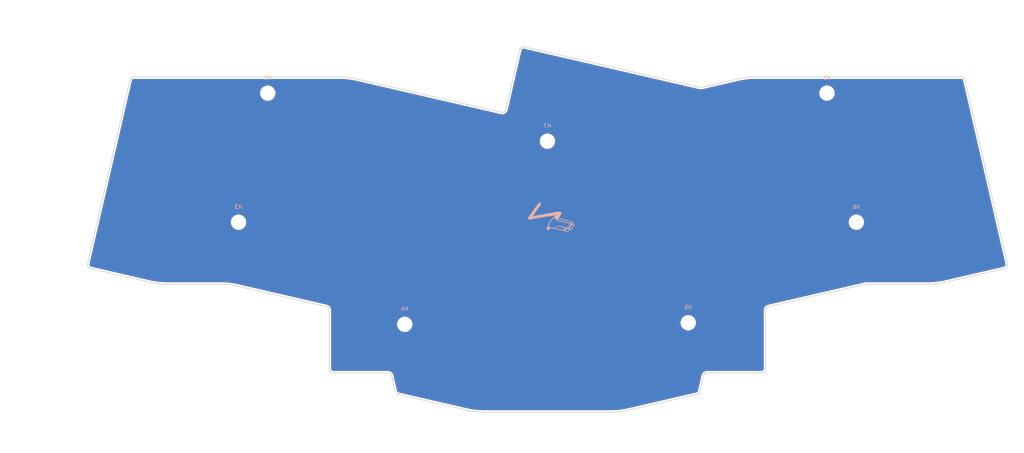
<source format=kicad_pcb>
(kicad_pcb (version 20211014) (generator pcbnew)
  (layers (0 "F.Cu" signal) (31 "B.Cu" signal) (34 "B.Paste" user) (35 "F.Paste" user) (36 "B.SilkS" user "B.Silkscreen") (37 "F.SilkS" user "F.Silkscreen") (38 "B.Mask" user) (39 "F.Mask" user) (44 "Edge.Cuts" user))
  (net 0 "")
  (net 1 "ledOut")
  (net 2 "+5V")
  (footprint "revxlp:rev41lp_edgecutBottomPlate" (layer "F.Cu") (at 154.229532 28.768286)
    (fp_text reference "rev41lp_edgecutPCB" hide)
    (fp_text value "rev41lp_edgecutBottomPlate")
    (fp_line (start 119.323515 48.493552) (end 108.30683 0.775048) (layer "Edge.Cuts") (width 0.2))
    (fp_line (start -118.574096 49.692873) (end -103.255744 53.229393) (layer "Edge.Cuts") (width 0.2))
    (fp_line (start 39.343321 2.645225) (end -6.003106 -7.823822) (layer "Edge.Cuts") (width 0.2))
    (fp_line (start -108.30683 0.775048) (end -119.323515 48.493552) (layer "Edge.Cuts") (width 0.2))
    (fp_line (start -98.756722 53.741992) (end -84.840673 53.741992) (layer "Edge.Cuts") (width 0.2))
    (fp_line (start -16.510921 86.938468) (end 16.510921 86.938468) (layer "Edge.Cuts") (width 0.2))
    (fp_line (start -11.988661 9.163738) (end -49.460861 0.512599) (layer "Edge.Cuts") (width 0.2))
    (fp_line (start -7.200363 -7.073925) (end -10.776125 8.414401) (layer "Edge.Cuts") (width 0.2))
    (fp_line (start -38.753975 82.329336) (end -21.009942 86.425869) (layer "Edge.Cuts") (width 0.2))
    (fp_line (start 82.561961 53.741992) (end 98.756722 53.741991) (layer "Edge.Cuts") (width 0.2))
    (fp_line (start 57.380101 59.555682) (end 82.561961 53.741992) (layer "Edge.Cuts") (width 0.2))
    (fp_line (start 107.33246 0) (end 53.959882 0) (layer "Edge.Cuts") (width 0.2))
    (fp_line (start 41.416042 76.74074) (end 55.605051 76.74074) (layer "Edge.Cuts") (width 0.2))
    (fp_line (start 21.009942 86.425869) (end 38.753975 82.329336) (layer "Edge.Cuts") (width 0.2))
    (fp_line (start -56.605052 60.530052) (end -56.605052 75.74074) (layer "Edge.Cuts") (width 0.2))
    (fp_line (start 103.255744 53.229393) (end 118.574096 49.692873) (layer "Edge.Cuts") (width 0.2))
    (fp_line (start 39.503394 81.579917) (end 40.441671 77.515789) (layer "Edge.Cuts") (width 0.2))
    (fp_line (start -53.959882 -0.000001) (end -107.33246 0) (layer "Edge.Cuts") (width 0.2))
    (fp_line (start 49.460861 0.512598) (end 40.259348 2.633889) (layer "Edge.Cuts") (width 0.2))
    (fp_line (start 56.605052 75.74074) (end 56.605052 60.530052) (layer "Edge.Cuts") (width 0.2))
    (fp_line (start -55.605052 76.74074) (end -41.416042 76.740739) (layer "Edge.Cuts") (width 0.2))
    (fp_line (start -80.341652 54.25459) (end -57.380101 59.555682) (layer "Edge.Cuts") (width 0.2))
    (fp_line (start -40.441671 77.515789) (end -39.503394 81.579917) (layer "Edge.Cuts") (width 0.2))
    (fp_arc (start 40.441672 77.515789) (mid 40.793521 76.958127) (end 41.416042 76.74074) (layer "Edge.Cuts") (width 0.2))
    (fp_arc (start 49.460861 0.512599) (mid 51.695817 0.128561) (end 53.959882 0) (layer "Edge.Cuts") (width 0.2))
    (fp_arc (start -7.200363 -7.073925) (mid -6.757044 -7.696834) (end -6.003106 -7.823822) (layer "Edge.Cuts") (width 0.2))
    (fp_arc (start -84.840673 53.741991) (mid -82.576609 53.870554) (end -80.341652 54.25459) (layer "Edge.Cuts") (width 0.2))
    (fp_arc (start -16.510921 86.938468) (mid -18.774985 86.809905) (end -21.009942 86.425869) (layer "Edge.Cuts") (width 0.2))
    (fp_arc (start 39.503394 81.579917) (mid 39.236784 82.062735) (end 38.753975 82.329336) (layer "Edge.Cuts") (width 0.2))
    (fp_arc (start -10.776776 8.41722) (mid -11.221228 9.040317) (end -11.976099 9.166638) (layer "Edge.Cuts") (width 0.2))
    (fp_arc (start 56.605052 60.530052) (mid 56.822458 59.907551) (end 57.380101 59.555682) (layer "Edge.Cuts") (width 0.2))
    (fp_arc (start -53.959882 -0.000001) (mid -51.695818 0.128562) (end -49.460861 0.512598) (layer "Edge.Cuts") (width 0.2))
    (fp_arc (start 56.605052 75.74074) (mid 56.31206 76.447752) (end 55.605051 76.74074) (layer "Edge.Cuts") (width 0.2))
    (fp_arc (start -118.574096 49.692873) (mid -119.197193 49.248422) (end -119.323515 48.493552) (layer "Edge.Cuts") (width 0.2))
    (fp_arc (start 103.255743 53.229393) (mid 101.020786 53.613425) (end 98.756722 53.741991) (layer "Edge.Cuts") (width 0.2))
    (fp_arc (start -57.380101 59.555682) (mid -56.822443 59.907537) (end -56.605052 60.530052) (layer "Edge.Cuts") (width 0.2))
    (fp_arc (start -108.30683 0.775049) (mid -107.954975 0.217391) (end -107.33246 0) (layer "Edge.Cuts") (width 0.2))
    (fp_arc (start 40.244726 2.638295) (mid 39.79442 2.693222) (end 39.343321 2.645225) (layer "Edge.Cuts") (width 0.2))
    (fp_arc (start -98.756723 53.741992) (mid -101.020787 53.613429) (end -103.255744 53.229393) (layer "Edge.Cuts") (width 0.2))
    (fp_arc (start -38.753975 82.329336) (mid -39.236131 82.062073) (end -39.503394 81.579917) (layer "Edge.Cuts") (width 0.2))
    (fp_arc (start -41.416042 76.740739) (mid -40.793527 76.958131) (end -40.441671 77.515789) (layer "Edge.Cuts") (width 0.2))
    (fp_arc (start 107.332459 0) (mid 107.954995 0.217376) (end 108.30683 0.775048) (layer "Edge.Cuts") (width 0.2))
    (fp_arc (start -55.605052 76.74074) (mid -56.312159 76.447847) (end -56.605052 75.74074) (layer "Edge.Cuts") (width 0.2))
    (fp_arc (start 21.009942 86.425869) (mid 18.774985 86.809904) (end 16.510921 86.938468) (layer "Edge.Cuts") (width 0.2))
    (fp_arc (start 119.323515 48.493552) (mid 119.197193 49.248429) (end 118.574096 49.692873) (layer "Edge.Cuts") (width 0.2))
  )
  (footprint "MountingHole:MountingHole_3mm" (layer "B.Cu") (at 234.377402 66.454105 180)
    (fp_text reference "H6" (at 0 4) (layer "B.SilkS") (effects (justify mirror)))
    (fp_text value "MountingHole")
    (pad "" np_thru_hole circle (at 0 0 180) (size 3 3) (drill 3) (layers *.Cu *.Mask))
  )
  (footprint "MountingHole:MountingHole_3mm" (layer "B.Cu") (at 154.229537 45.431219 180)
    (fp_text reference "H7" (at 0 4) (layer "B.SilkS") (effects (justify mirror)))
    (fp_text value "MountingHole")
    (pad "" np_thru_hole circle (at 0 0 180) (size 3 3) (drill 3) (layers *.Cu *.Mask))
  )
  (footprint "MountingHole:MountingHole_3mm" (layer "B.Cu") (at 117.200832 92.939147 180)
    (fp_text reference "H4" (at 0 4) (layer "B.SilkS") (effects (justify mirror)))
    (fp_text value "MountingHole")
    (pad "" np_thru_hole circle (at 0 0 180) (size 3 3) (drill 3) (layers *.Cu *.Mask))
  )
  (footprint "MountingHole:MountingHole_3mm" (layer "B.Cu") (at 190.750835 92.539148 180)
    (fp_text reference "H5" (at 0 4) (layer "B.SilkS") (effects (justify mirror)))
    (fp_text value "MountingHole")
    (pad "" np_thru_hole circle (at 0 0 180) (size 3 3) (drill 3) (layers *.Cu *.Mask))
  )
  (footprint "MountingHole:MountingHole_3mm" (layer "B.Cu") (at 226.758829 32.964148 180)
    (fp_text reference "H2" (at 0 4) (layer "B.SilkS") (effects (justify mirror)))
    (fp_text value "MountingHole")
    (pad "" np_thru_hole circle (at 0 0 180) (size 3 3) (drill 3) (layers *.Cu *.Mask))
  )
  (footprint "revxlp:Z_Towel_Logo" (layer "B.Cu") (at 155.588481 65.530604 -103)
    (fp_text reference "G***" hide)
    (fp_text value "LOGO" hide)
    (fp_poly (pts (xy 1.338881 6.271117) (xy 1.370691 6.263806) (xy 1.405978 6.253053) (xy 1.440822 6.240014) (xy 1.463675 6.229744) (xy 1.492572 6.212116) (xy 1.524781 6.186694) (xy 1.547817 6.165285) (xy 1.569775 6.14281) (xy 1.584588 6.125284) (xy 1.59458 6.109192) (xy 1.602074 6.091019) (xy 1.606853 6.075933) (xy 1.620844 6.024942) (xy 1.632097 5.975801) (xy 1.640039 5.931437) (xy 1.644102 5.894775) (xy 1.644512 5.882879) (xy 1.642503 5.858437) (xy 1.636183 5.827744) (xy 1.625344 5.7903) (xy 1.609779 5.745606) (xy 1.589281 5.693165) (xy 1.563641 5.632478) (xy 1.532652 5.563045) (xy 1.496105 5.484368) (xy 1.453794 5.395949) (xy 1.405511 5.297288) (xy 1.374887 5.235575) (xy 1.344534 5.174378) (xy 1.31346 5.111187) (xy 1.282648 5.048031) (xy 1.253077 4.986941) (xy 1.225727 4.929947) (xy 1.201579 4.879077) (xy 1.181612 4.836362) (xy 1.172493 4.816475) (xy 1.149479 4.765908) (xy 1.123688 4.709455) (xy 1.097022 4.651263) (xy 1.071381 4.595478) (xy 1.048665 4.546246) (xy 1.044421 4.537075) (xy 1.02833 4.501793) (xy 1.007867 4.456038) (xy 0.983567 4.401053) (xy 0.955964 4.338078) (xy 0.925593 4.268354) (xy 0.892989 4.193124) (xy 0.858686 4.113629) (xy 0.82322 4.031109) (xy 0.787124 3.946808) (xy 0.750935 3.861965) (xy 0.715185 3.777822) (xy 0.680411 3.695621) (xy 0.647147 3.616604) (xy 0.619943 3.551634) (xy 0.561511 3.411578) (xy 0.504974 3.275854) (xy 0.450687 3.14532) (xy 0.399004 3.020834) (xy 0.350282 2.903253) (xy 0.304875 2.793435) (xy 0.263138 2.692238) (xy 0.225427 2.60052) (xy 0.192098 2.519138) (xy 0.174706 2.4765) (xy 0.150817 2.41799) (xy 0.125986 2.357459) (xy 0.101173 2.297235) (xy 0.077344 2.239645) (xy 0.05546 2.187017) (xy 0.036484 2.141678) (xy 0.022336 2.1082) (xy -0.032547 1.977971) (xy -0.082781 1.855861) (xy -0.129579 1.738727) (xy -0.174156 1.623422) (xy -0.217726 1.506802) (xy -0.261502 1.385721) (xy -0.306699 1.257035) (xy -0.311006 1.2446) (xy -0.328394 1.194981) (xy -0.348826 1.137692) (xy -0.370785 1.076918) (xy -0.392759 1.016843) (xy -0.413232 0.961651) (xy -0.41905 0.94615) (xy -0.438444 0.894323) (xy -0.459583 0.837251) (xy -0.481027 0.77886) (xy -0.501338 0.723074) (xy -0.519076 0.673819) (xy -0.524545 0.658469) (xy -0.546635 0.597915) (xy -0.573267 0.527746) (xy -0.60366 0.449876) (xy -0.637037 0.366223) (xy -0.67262 0.278702) (xy -0.709628 0.189228) (xy -0.747284 0.099719) (xy -0.784809 0.012091) (xy -0.819485 -0.067346) (xy -0.844289 -0.124197) (xy -0.871572 -0.187787) (xy -0.899742 -0.254331) (xy -0.927204 -0.320045) (xy -0.952367 -0.381147) (xy -0.970552 -0.426121) (xy -0.989858 -0.474045) (xy -1.009219 -0.521447) (xy -1.027702 -0.566093) (xy -1.044374 -0.605745) (xy -1.058303 -0.638166) (xy -1.068555 -0.661122) (xy -1.068958 -0.661987) (xy -1.080354 -0.687069) (xy -1.088976 -0.707272) (xy -1.093862 -0.720264) (xy -1.09441 -0.7239) (xy -1.087988 -0.721097) (xy -1.072093 -0.713286) (xy -1.048496 -0.701363) (xy -1.01897 -0.686223) (xy -0.985285 -0.668764) (xy -0.980878 -0.666468) (xy -0.94287 -0.646538) (xy -0.914592 -0.631292) (xy -0.894461 -0.619638) (xy -0.880895 -0.610489) (xy -0.87231 -0.602756) (xy -0.867125 -0.595349) (xy -0.863757 -0.587179) (xy -0.863209 -0.585505) (xy -0.85369 -0.560738) (xy -0.83923 -0.52897) (xy -0.821721 -0.493906) (xy -0.803051 -0.459252) (xy -0.785111 -0.428714) (xy -0.782485 -0.424657) (xy -0.5173 -0.424657) (xy -0.515607 -0.434674) (xy -0.505266 -0.441687) (xy -0.486657 -0.446513) (xy -0.480647 -0.44749) (xy -0.449118 -0.452792) (xy -0.414732 -0.459527) (xy -0.380506 -0.467) (xy -0.349453 -0.474514) (xy -0.324589 -0.481374) (xy -0.308928 -0.486884) (xy -0.307975 -0.487338) (xy -0.272959 -0.507516) (xy -0.232851 -0.535012) (xy -0.190663 -0.567368) (xy -0.149409 -0.602124) (xy -0.112101 -0.636823) (xy -0.081753 -0.669004) (xy -0.074192 -0.678131) (xy -0.048356 -0.713026) (xy -0.019445 -0.756158) (xy 0.011314 -0.805325) (xy 0.042692 -0.858322) (xy 0.073463 -0.912945) (xy 0.102398 -0.966991) (xy 0.128271 -1.018257) (xy 0.149853 -1.064538) (xy 0.165918 -1.103631) (xy 0.171053 -1.118394) (xy 0.180589 -1.152116) (xy 0.190829 -1.19519) (xy 0.201121 -1.24434) (xy 0.210815 -1.296288) (xy 0.219256 -1.34776) (xy 0.225158 -1.390265) (xy 0.230057 -1.429216) (xy 0.235773 -1.47393) (xy 0.241428 -1.517584) (xy 0.244355 -1.539875) (xy 0.250295 -1.593663) (xy 0.255548 -1.659769) (xy 0.26011 -1.73783) (xy 0.263975 -1.82748) (xy 0.267137 -1.928356) (xy 0.269591 -2.040094) (xy 0.271331 -2.16233) (xy 0.272351 -2.2947) (xy 0.272647 -2.43684) (xy 0.272213 -2.588387) (xy 0.271042 -2.748975) (xy 0.26913 -2.918242) (xy 0.267276 -3.046275) (xy 0.266493 -3.103625) (xy 0.265819 -3.168626) (xy 0.265253 -3.240254) (xy 0.264791 -3.317486) (xy 0.264431 -3.399297) (xy 0.264172 -3.484663) (xy 0.26401 -3.572561) (xy 0.263944 -3.661967) (xy 0.26397 -3.751857) (xy 0.264087 -3.841206) (xy 0.264293 -3.928992) (xy 0.264584 -4.01419) (xy 0.26496 -4.095776) (xy 0.265416 -4.172727) (xy 0.265952 -4.244018) (xy 0.266564 -4.308626) (xy 0.267251 -4.365526) (xy 0.268009 -4.413695) (xy 0.268838 -4.452109) (xy 0.269734 -4.479745) (xy 0.270572 -4.49429) (xy 0.274077 -4.534056) (xy 0.313251 -4.511478) (xy 0.333899 -4.499992) (xy 0.362384 -4.484707) (xy 0.395179 -4.46749) (xy 0.428756 -4.45021) (xy 0.433829 -4.447634) (xy 0.478158 -4.425682) (xy 0.517966 -4.40735) (xy 0.555835 -4.391759) (xy 0.59435 -4.378029) (xy 0.636093 -4.365281) (xy 0.683646 -4.352636) (xy 0.739593 -4.339214) (xy 0.777875 -4.33051) (xy 0.801967 -4.324398) (xy 0.826963 -4.316435) (xy 0.854282 -4.305965) (xy 0.88534 -4.292332) (xy 0.921553 -4.274877) (xy 0.964341 -4.252944) (xy 1.01512 -4.225876) (xy 1.075307 -4.193017) (xy 1.0795 -4.190709) (xy 1.123437 -4.167898) (xy 1.17519 -4.143278) (xy 1.23136 -4.11829) (xy 1.288548 -4.094375) (xy 1.343355 -4.072973) (xy 1.392383 -4.055526) (xy 1.41605 -4.04802) (xy 1.482725 -4.028117) (xy 1.480652 -3.987321) (xy 1.479176 -3.96788) (xy 1.47634 -3.938698) (xy 1.472448 -3.902624) (xy 1.467808 -3.862507) (xy 1.463028 -3.823577) (xy 1.456383 -3.765329) (xy 1.449889 -3.697756) (xy 1.448898 -3.685845) (xy 1.627127 -3.685845) (xy 1.627288 -3.69227) (xy 1.628865 -3.708438) (xy 1.631498 -3.731518) (xy 1.634829 -3.758678) (xy 1.638498 -3.787085) (xy 1.642149 -3.813907) (xy 1.645422 -3.836313) (xy 1.647958 -3.851471) (xy 1.64833 -3.85331) (xy 1.651031 -3.862849) (xy 1.655897 -3.864388) (xy 1.666835 -3.858497) (xy 1.670082 -3.856485) (xy 1.682574 -3.848738) (xy 1.703087 -3.836027) (xy 1.728846 -3.820073) (xy 1.757074 -3.802594) (xy 1.758953 -3.801431) (xy 1.802491 -3.776163) (xy 1.855685 -3.748059) (xy 1.916131 -3.718259) (xy 1.981424 -3.687905) (xy 2.049159 -3.65814) (xy 2.116933 -3.630105) (xy 2.13409 -3.623308) (xy 2.226656 -3.586991) (xy 2.224402 -3.550858) (xy 2.221126 -3.503997) (xy 2.217906 -3.469516) (xy 2.2147 -3.447095) (xy 2.211469 -3.436413) (xy 2.210052 -3.43535) (xy 2.200829 -3.437594) (xy 2.18205 -3.443777) (xy 2.155932 -3.453069) (xy 2.124691 -3.464643) (xy 2.090544 -3.477671) (xy 2.055707 -3.491326) (xy 2.022396 -3.504779) (xy 2.0066 -3.511341) (xy 1.98767 -3.519519) (xy 1.960925 -3.531382) (xy 1.928031 -3.546162) (xy 1.890654 -3.563095) (xy 1.85046 -3.581414) (xy 1.809115 -3.600352) (xy 1.768287 -3.619144) (xy 1.729639 -3.637024) (xy 1.694841 -3.653224) (xy 1.665556 -3.666979) (xy 1.643452 -3.677522) (xy 1.630194 -3.684088) (xy 1.627127 -3.685845) (xy 1.448898 -3.685845) (xy 1.443718 -3.6236) (xy 1.438045 -3.545604) (xy 1.433042 -3.466508) (xy 1.428883 -3.389055) (xy 1.425742 -3.315987) (xy 1.423792 -3.250045) (xy 1.423205 -3.19405) (xy 1.423064 -3.156333) (xy 1.422486 -3.108889) (xy 1.421531 -3.054679) (xy 1.420258 -2.996664) (xy 1.418727 -2.937808) (xy 1.416997 -2.881072) (xy 1.416846 -2.87655) (xy 1.41432 -2.798046) (xy 1.412265 -2.726063) (xy 1.410672 -2.658586) (xy 1.409527 -2.593598) (xy 1.40882 -2.529084) (xy 1.408538 -2.463029) (xy 1.408671 -2.393417) (xy 1.409206 -2.318232) (xy 1.410131 -2.23546) (xy 1.411436 -2.143084) (xy 1.412283 -2.08915) (xy 1.413557 -2.011539) (xy 1.414761 -1.945609) (xy 1.416024 -1.890344) (xy 1.417477 -1.844727) (xy 1.41925 -1.80774) (xy 1.421475 -1.778366) (xy 1.42428 -1.755589) (xy 1.427797 -1.738392) (xy 1.432155 -1.725757) (xy 1.437486 -1.716668) (xy 1.443919 -1.710107) (xy 1.451584 -1.705058) (xy 1.460613 -1.700504) (xy 1.46219 -1.699755) (xy 1.488381 -1.690621) (xy 1.511718 -1.69108) (xy 1.532844 -1.698727) (xy 1.544586 -1.704931) (xy 1.553924 -1.712147) (xy 1.561217 -1.721882) (xy 1.566825 -1.735643) (xy 1.571108 -1.754936) (xy 1.574425 -1.781266) (xy 1.577137 -1.816142) (xy 1.579603 -1.861068) (xy 1.58152 -1.902543) (xy 1.582962 -1.942188) (xy 1.584275 -1.992385) (xy 1.58543 -2.050989) (xy 1.586398 -2.115853) (xy 1.587151 -2.184828) (xy 1.587661 -2.25577) (xy 1.587897 -2.326531) (xy 1.587878 -2.378075) (xy 1.58788 -2.445492) (xy 1.588151 -2.513204) (xy 1.588665 -2.579317) (xy 1.589396 -2.641937) (xy 1.590319 -2.699171) (xy 1.591409 -2.749123) (xy 1.592639 -2.789901) (xy 1.593793 -2.816225) (xy 1.595367 -2.848894) (xy 1.597135 -2.892193) (xy 1.599028 -2.944056) (xy 1.600978 -3.002415) (xy 1.602918 -3.065203) (xy 1.60478 -3.130354) (xy 1.606495 -3.1958) (xy 1.607226 -3.2258) (xy 1.608716 -3.286587) (xy 1.610234 -3.344615) (xy 1.611734 -3.398407) (xy 1.613171 -3.446486) (xy 1.6145 -3.487375) (xy 1.615674 -3.519598) (xy 1.616649 -3.541679) (xy 1.617208 -3.550541) (xy 1.620344 -3.586358) (xy 1.757909 -3.517854) (xy 1.850102 -3.472915) (xy 1.934303 -3.434) (xy 2.013031 -3.400004) (xy 2.088804 -3.369824) (xy 2.1342 -3.35298) (xy 2.207826 -3.326392) (xy 2.212184 -3.163383) (xy 2.213832 -3.112768) (xy 2.216054 -3.060565) (xy 2.21868 -3.009938) (xy 2.221536 -2.964052) (xy 2.22445 -2.926069) (xy 2.225919 -2.910618) (xy 2.229562 -2.871352) (xy 2.232971 -2.825268) (xy 2.23617 -2.771698) (xy 2.239184 -2.709978) (xy 2.242039 -2.639442) (xy 2.244758 -2.559424) (xy 2.247368 -2.469259) (xy 2.249892 -2.368281) (xy 2.252357 -2.255824) (xy 2.254388 -2.15265) (xy 2.255788 -2.081782) (xy 2.257327 -2.010129) (xy 2.258957 -1.939569) (xy 2.26063 -1.871981) (xy 2.262296 -1.809246) (xy 2.263909 -1.753242) (xy 2.265418 -1.705849) (xy 2.266776 -1.668945) (xy 2.266995 -1.6637) (xy 2.268577 -1.623724) (xy 2.270366 -1.573583) (xy 2.272281 -1.515807) (xy 2.274243 -1.452929) (xy 2.276174 -1.387478) (xy 2.277995 -1.321986) (xy 2.279509 -1.26365) (xy 2.281566 -1.184978) (xy 2.283603 -1.116508) (xy 2.285748 -1.055743) (xy 2.288133 -1.000185) (xy 2.290886 -0.947336) (xy 2.294137 -0.894699) (xy 2.298017 -0.839778) (xy 2.302656 -0.780074) (xy 2.308075 -0.714375) (xy 2.314775 -0.633795) (xy 2.320392 -0.563748) (xy 2.325042 -0.502124) (xy 2.328842 -0.446812) (xy 2.331909 -0.395702) (xy 2.334358 -0.346682) (xy 2.336306 -0.297644) (xy 2.337869 -0.246476) (xy 2.339164 -0.191069) (xy 2.340293 -0.130175) (xy 2.341325 -0.060042) (xy 2.341771 -0.000974) (xy 2.341521 0.048654) (xy 2.340464 0.090467) (xy 2.338489 0.126092) (xy 2.335486 0.157154) (xy 2.331344 0.185279) (xy 2.325951 0.212092) (xy 2.319197 0.239219) (xy 2.313786 0.25862) (xy 2.301024 0.28903) (xy 2.27996 0.323409) (xy 2.252796 0.358582) (xy 2.22173 0.391378) (xy 2.221701 0.391405) (xy 2.195361 0.412662) (xy 2.160437 0.435607) (xy 2.120488 0.458213) (xy 2.079075 0.478453) (xy 2.043056 0.493129) (xy 2.014669 0.503875) (xy 1.981127 0.517333) (xy 1.94882 0.530928) (xy 1.942955 0.533487) (xy 1.911348 0.546553) (xy 1.874043 0.560742) (xy 1.837534 0.573617) (xy 1.825905 0.577438) (xy 1.747166 0.596597) (xy 1.66307 0.605962) (xy 1.57624 0.605621) (xy 1.4893 0.595659) (xy 1.404873 0.576163) (xy 1.362481 0.562156) (xy 1.328053 0.549544) (xy 1.289275 0.535437) (xy 1.253573 0.522534) (xy 1.247775 0.52045) (xy 1.224617 0.511447) (xy 1.192725 0.498071) (xy 1.154788 0.481503) (xy 1.113494 0.46292) (xy 1.07153 0.443503) (xy 1.06045 0.438277) (xy 0.982058 0.401351) (xy 0.913195 0.369392) (xy 0.852063 0.341619) (xy 0.796865 0.317249) (xy 0.745805 0.295501) (xy 0.697087 0.275594) (xy 0.648913 0.256746) (xy 0.606425 0.24074) (xy 0.566395 0.224811) (xy 0.51781 0.203711) (xy 0.463119 0.178612) (xy 0.40477 0.150684) (xy 0.345212 0.121098) (xy 0.286893 0.091025) (xy 0.23495 0.063116) (xy 0.211501 0.050293) (xy 0.180488 0.033437) (xy 0.14554 0.014514) (xy 0.110286 -0.004508) (xy 0.1016 -0.009182) (xy -0.002634 -0.06605) (xy -0.095954 -0.118702) (xy -0.179222 -0.167673) (xy -0.253302 -0.213495) (xy -0.319057 -0.256705) (xy -0.377352 -0.297836) (xy -0.429048 -0.337422) (xy -0.430039 -0.338217) (xy -0.466717 -0.368416) (xy -0.493234 -0.392345) (xy -0.509969 -0.41082) (xy -0.5173 -0.424657) (xy -0.782485 -0.424657) (xy -0.776338 -0.415161) (xy -0.751343 -0.382817) (xy -0.717254 -0.345364) (xy -0.675781 -0.304362) (xy -0.628638 -0.261374) (xy -0.577536 -0.217958) (xy -0.524188 -0.175678) (xy -0.470306 -0.136092) (xy -0.4699 -0.135807) (xy -0.421415 -0.102914) (xy -0.363801 -0.065861) (xy -0.299366 -0.026019) (xy -0.230414 0.015244) (xy -0.159251 0.056557) (xy -0.088183 0.096552) (xy -0.019517 0.133858) (xy 0.0127 0.150818) (xy 0.071579 0.181306) (xy 0.132423 0.212557) (xy 0.193847 0.243879) (xy 0.254468 0.27458) (xy 0.312902 0.303968) (xy 0.367765 0.331352) (xy 0.417673 0.35604) (xy 0.461244 0.377339) (xy 0.497092 0.394558) (xy 0.523835 0.407005) (xy 0.534385 0.411662) (xy 0.561578 0.423413) (xy 0.597867 0.439347) (xy 0.640794 0.458365) (xy 0.687907 0.479366) (xy 0.73675 0.50125) (xy 0.784869 0.522919) (xy 0.829808 0.543273) (xy 0.869114 0.561211) (xy 0.898525 0.574793) (xy 0.931618 0.589553) (xy 0.972499 0.606741) (xy 1.019336 0.625677) (xy 1.070298 0.64568) (xy 1.123555 0.666071) (xy 1.177276 0.68617) (xy 1.229629 0.705297) (xy 1.278784 0.722773) (xy 1.32291 0.737918) (xy 1.360176 0.750052) (xy 1.38875 0.758496) (xy 1.402111 0.761748) (xy 1.487129 0.775923) (xy 1.571842 0.784058) (xy 1.653387 0.786053) (xy 1.728898 0.781809) (xy 1.778 0.774819) (xy 1.814843 0.76656) (xy 1.858232 0.754673) (xy 1.903743 0.740553) (xy 1.946955 0.725595) (xy 1.983444 0.711194) (xy 1.992451 0.707176) (xy 2.014727 0.697159) (xy 2.032621 0.689657) (xy 2.042988 0.685972) (xy 2.044045 0.6858) (xy 2.05193 0.688594) (xy 2.070617 0.696795) (xy 2.099544 0.710139) (xy 2.138152 0.728358) (xy 2.185881 0.751185) (xy 2.242169 0.778355) (xy 2.306458 0.809601) (xy 2.378187 0.844655) (xy 2.3876 0.849268) (xy 2.462053 0.885254) (xy 2.526516 0.915251) (xy 2.581986 0.939635) (xy 2.629462 0.958785) (xy 2.669942 0.973078) (xy 2.704424 0.982891) (xy 2.733906 0.988603) (xy 2.759386 0.990591) (xy 2.761174 0.9906) (xy 2.7806 0.988534) (xy 2.808456 0.982972) (xy 2.84128 0.974871) (xy 2.875609 0.965187) (xy 2.907978 0.954877) (xy 2.934926 0.944896) (xy 2.94788 0.939045) (xy 2.965072 0.928224) (xy 2.977854 0.916612) (xy 2.979776 0.913969) (xy 2.990077 0.903494) (xy 3.006997 0.891835) (xy 3.015551 0.887149) (xy 3.060585 0.857704) (xy 3.097112 0.818835) (xy 3.125127 0.770553) (xy 3.144623 0.71287) (xy 3.155597 0.645798) (xy 3.158163 0.596773) (xy 3.158359 0.566098) (xy 3.157444 0.544278) (xy 3.154727 0.527475) (xy 3.149521 0.511851) (xy 3.141139 0.493567) (xy 3.138808 0.488823) (xy 3.119783 0.457146) (xy 3.095606 0.4263) (xy 3.084833 0.415015) (xy 3.055539 0.389505) (xy 3.017009 0.36038) (xy 2.971599 0.329209) (xy 2.921668 0.297558) (xy 2.869574 0.266996) (xy 2.828925 0.244904) (xy 2.795491 0.227302) (xy 2.754657 0.205625) (xy 2.710173 0.181875) (xy 2.665792 0.158054) (xy 2.633575 0.140666) (xy 2.520775 0.079603) (xy 2.524998 -0.004537) (xy 2.526306 -0.048045) (xy 2.526251 -0.100002) (xy 2.524806 -0.160928) (xy 2.521943 -0.231344) (xy 2.517634 -0.311772) (xy 2.51185 -0.402733) (xy 2.504565 -0.504748) (xy 2.49575 -0.618338) (xy 2.485737 -0.739775) (xy 2.479085 -0.822242) (xy 2.473703 -0.898092) (xy 2.469405 -0.970977) (xy 2.466007 -1.04455) (xy 2.463324 -1.122463) (xy 2.46117 -1.20837) (xy 2.460622 -1.235075) (xy 2.459394 -1.290381) (xy 2.457862 -1.348146) (xy 2.456125 -1.405291) (xy 2.454282 -1.458738) (xy 2.452433 -1.505411) (xy 2.450803 -1.539875) (xy 2.449651 -1.565537) (xy 2.448296 -1.602549) (xy 2.446776 -1.649559) (xy 2.445126 -1.705218) (xy 2.443383 -1.768178) (xy 2.441584 -1.837089) (xy 2.439766 -1.9106) (xy 2.437965 -1.987364) (xy 2.436217 -2.06603) (xy 2.435124 -2.117725) (xy 2.432511 -2.239837) (xy 2.42998 -2.349814) (xy 2.427508 -2.448221) (xy 2.425074 -2.535621) (xy 2.422657 -2.612579) (xy 2.420237 -2.67966) (xy 2.417792 -2.737427) (xy 2.415301 -2.786447) (xy 2.412742 -2.827281) (xy 2.410096 -2.860497) (xy 2.407339 -2.886656) (xy 2.405972 -2.896866) (xy 2.403523 -2.920596) (xy 2.401352 -2.955119) (xy 2.399478 -2.998534) (xy 2.397924 -3.048936) (xy 2.396709 -3.104423) (xy 2.395854 -3.16309) (xy 2.395381 -3.223036) (xy 2.39531 -3.282356) (xy 2.395663 -3.339147) (xy 2.396459 -3.391506) (xy 2.39772 -3.437531) (xy 2.399466 -3.475316) (xy 2.399615 -3.47773) (xy 2.402059 -3.517319) (xy 2.404988 -3.566075) (xy 2.408198 -3.620485) (xy 2.411481 -3.677034) (xy 2.41463 -3.732208) (xy 2.416148 -3.7592) (xy 2.419334 -3.815914) (xy 2.422062 -3.862302) (xy 2.424591 -3.900717) (xy 2.427177 -3.933514) (xy 2.430077 -3.963046) (xy 2.43355 -3.991667) (xy 2.437851 -4.021731) (xy 2.44324 -4.055591) (xy 2.449973 -4.095602) (xy 2.458114 -4.142998) (xy 2.469552 -4.213329) (xy 2.477663 -4.272995) (xy 2.482508 -4.32357) (xy 2.484144 -4.366627) (xy 2.48263 -4.403743) (xy 2.478024 -4.436492) (xy 2.470384 -4.466449) (xy 2.47014 -4.467225) (xy 2.461814 -4.49199) (xy 2.453538 -4.5142) (xy 2.447101 -4.52905) (xy 2.447097 -4.529058) (xy 2.43522 -4.547257) (xy 2.416023 -4.571256) (xy 2.391821 -4.598579) (xy 2.36493 -4.626753) (xy 2.337665 -4.653302) (xy 2.312342 -4.675752) (xy 2.302429 -4.683681) (xy 2.282649 -4.699312) (xy 2.255885 -4.721154) (xy 2.224718 -4.747064) (xy 2.191732 -4.7749) (xy 2.16535 -4.797473) (xy 2.132709 -4.825138) (xy 2.099625 -4.852369) (xy 2.068707 -4.877074) (xy 2.042566 -4.897161) (xy 2.026596 -4.908671) (xy 1.985831 -4.937916) (xy 1.944218 -4.970267) (xy 1.905232 -5.002885) (xy 1.872344 -5.032931) (xy 1.862056 -5.0432) (xy 1.834987 -5.071121) (xy 1.842508 -5.135229) (xy 1.845779 -5.164996) (xy 1.847105 -5.186059) (xy 1.846221 -5.2023) (xy 1.842861 -5.217604) (xy 1.836761 -5.235854) (xy 1.835377 -5.239681) (xy 1.816489 -5.282484) (xy 1.791578 -5.321178) (xy 1.757824 -5.360122) (xy 1.756378 -5.361615) (xy 1.731724 -5.384913) (xy 1.705249 -5.405324) (xy 1.675372 -5.423539) (xy 1.640509 -5.440251) (xy 1.59908 -5.456151) (xy 1.549501 -5.471931) (xy 1.490192 -5.488284) (xy 1.4351 -5.502139) (xy 1.38143 -5.515623) (xy 1.335008 -5.52841) (xy 1.293578 -5.541467) (xy 1.254883 -5.555763) (xy 1.216668 -5.572268) (xy 1.176677 -5.591949) (xy 1.132652 -5.615775) (xy 1.082338 -5.644715) (xy 1.0287 -5.676602) (xy 0.991201 -5.699164) (xy 0.956572 -5.720111) (xy 0.926559 -5.738378) (xy 0.902906 -5.752899) (xy 0.887361 -5.762609) (xy 0.88265 -5.765685) (xy 0.844579 -5.789071) (xy 0.796916 -5.813748) (xy 0.742512 -5.838468) (xy 0.684216 -5.861979) (xy 0.62488 -5.883031) (xy 0.590644 -5.893761) (xy 0.564025 -5.901356) (xy 0.541361 -5.906814) (xy 0.519412 -5.910549) (xy 0.494935 -5.912976) (xy 0.464691 -5.91451) (xy 0.425437 -5.915564) (xy 0.4191 -5.915696) (xy 0.382605 -5.916088) (xy 0.349449 -5.915797) (xy 0.322206 -5.914892) (xy 0.30345 -5.913447) (xy 0.297125 -5.912283) (xy 0.274493 -5.902982) (xy 0.255266 -5.890109) (xy 0.239035 -5.872546) (xy 0.225386 -5.849171) (xy 0.213911 -5.818866) (xy 0.204199 -5.780511) (xy 0.195837 -5.732985) (xy 0.188417 -5.675169) (xy 0.181526 -5.605943) (xy 0.180499 -5.59435) (xy 0.175423 -5.539457) (xy 0.170342 -5.49047) (xy 0.165426 -5.448712) (xy 0.160844 -5.415508) (xy 0.156764 -5.392184) (xy 0.153357 -5.380064) (xy 0.15304 -5.379486) (xy 0.143815 -5.375902) (xy 0.12544 -5.377394) (xy 0.10004 -5.383187) (xy 0.069738 -5.392509) (xy 0.036658 -5.404586) (xy 0.002923 -5.418643) (xy -0.029343 -5.433908) (xy -0.058016 -5.449606) (xy -0.080409 -5.464532) (xy -0.109952 -5.482566) (xy -0.145157 -5.497286) (xy -0.181306 -5.507149) (xy -0.213684 -5.51061) (xy -0.220281 -5.510324) (xy -0.250213 -5.504854) (xy -0.275831 -5.493154) (xy -0.297465 -5.474431) (xy -0.315444 -5.44789) (xy -0.330098 -5.412738) (xy -0.341756 -5.368182) (xy -0.346066 -5.341938) (xy 0.333026 -5.341938) (xy 0.33426 -5.360177) (xy 0.336972 -5.386054) (xy 0.340929 -5.417111) (xy 0.342365 -5.42736) (xy 0.347547 -5.466176) (xy 0.352377 -5.507032) (xy 0.356312 -5.545059) (xy 0.358807 -5.5753) (xy 0.361692 -5.612446) (xy 0.365527 -5.651328) (xy 0.369895 -5.688435) (xy 0.37438 -5.720262) (xy 0.378565 -5.743301) (xy 0.378985 -5.745128) (xy 0.383078 -5.754464) (xy 0.391937 -5.757476) (xy 0.405492 -5.756505) (xy 0.426392 -5.754002) (xy 0.451427 -5.751131) (xy 0.460375 -5.750136) (xy 0.492405 -5.74398) (xy 0.532733 -5.732164) (xy 0.578876 -5.715739) (xy 0.62835 -5.695757) (xy 0.678671 -5.673269) (xy 0.727356 -5.649327) (xy 0.771922 -5.624982) (xy 0.806432 -5.603613) (xy 0.832222 -5.586971) (xy 0.865417 -5.56641) (xy 0.903879 -5.543174) (xy 0.94547 -5.518506) (xy 0.988053 -5.493648) (xy 1.029488 -5.469843) (xy 1.067638 -5.448335) (xy 1.100366 -5.430366) (xy 1.125534 -5.41718) (xy 1.134902 -5.412636) (xy 1.172576 -5.396033) (xy 1.209828 -5.381452) (xy 1.249582 -5.367929) (xy 1.29476 -5.354497) (xy 1.348286 -5.340193) (xy 1.374009 -5.33368) (xy 1.433953 -5.318466) (xy 1.482949 -5.305384) (xy 1.522451 -5.293835) (xy 1.553912 -5.283221) (xy 1.578789 -5.272943) (xy 1.598534 -5.262403) (xy 1.614603 -5.251001) (xy 1.628449 -5.238141) (xy 1.641079 -5.223772) (xy 1.651837 -5.20903) (xy 1.659056 -5.194016) (xy 1.662931 -5.176444) (xy 1.663662 -5.154024) (xy 1.661444 -5.124468) (xy 1.656477 -5.085487) (xy 1.654313 -5.070475) (xy 1.651196 -5.051594) (xy 1.646267 -5.02457) (xy 1.63995 -4.991479) (xy 1.632669 -4.954396) (xy 1.624848 -4.915398) (xy 1.616911 -4.876561) (xy 1.609283 -4.839962) (xy 1.602386 -4.807675) (xy 1.596646 -4.781778) (xy 1.592485 -4.764347) (xy 1.590407 -4.757554) (xy 1.5848 -4.759661) (xy 1.570904 -4.766823) (xy 1.55137 -4.777651) (xy 1.544592 -4.781531) (xy 1.520947 -4.793897) (xy 1.489403 -4.808636) (xy 1.454043 -4.823915) (xy 1.418952 -4.837904) (xy 1.418304 -4.83815) (xy 1.362128 -4.859954) (xy 1.30979 -4.881584) (xy 1.258364 -4.904383) (xy 1.204929 -4.929691) (xy 1.14656 -4.958853) (xy 1.080333 -4.993211) (xy 1.078299 -4.994281) (xy 1.011643 -5.028943) (xy 0.95313 -5.058287) (xy 0.899972 -5.083462) (xy 0.849385 -5.105619) (xy 0.79858 -5.125907) (xy 0.744771 -5.145476) (xy 0.685172 -5.165476) (xy 0.616996 -5.187056) (xy 0.593725 -5.194235) (xy 0.5609 -5.205758) (xy 0.524032 -5.221086) (xy 0.485253 -5.239076) (xy 0.446695 -5.258583) (xy 0.41049 -5.278466) (xy 0.378771 -5.29758) (xy 0.353669 -5.314781) (xy 0.337318 -5.328925) (xy 0.333502 -5.333793) (xy 0.333026 -5.341938) (xy -0.346066 -5.341938) (xy -0.350749 -5.313429) (xy -0.357406 -5.247683) (xy -0.362058 -5.170153) (xy -0.362109 -5.168999) (xy -0.370893 -4.991977) (xy -0.381366 -4.816258) (xy -0.393267 -4.645946) (xy -0.403229 -4.5212) (xy -0.40758 -4.469371) (xy -0.411317 -4.423443) (xy -0.414513 -4.381809) (xy -0.417238 -4.342866) (xy -0.419567 -4.305007) (xy -0.42157 -4.266626) (xy -0.423321 -4.226118) (xy -0.424891 -4.181877) (xy -0.426353 -4.132299) (xy -0.427778 -4.075777) (xy -0.42924 -4.010705) (xy -0.430811 -3.935479) (xy -0.431807 -3.8862) (xy -0.434354 -3.767576) (xy -0.43722 -3.648776) (xy -0.440364 -3.530994) (xy -0.443742 -3.415422) (xy -0.447312 -3.303254) (xy -0.451031 -3.195684) (xy -0.454857 -3.093904) (xy -0.458747 -2.999108) (xy -0.462658 -2.912488) (xy -0.466548 -2.83524) (xy -0.470375 -2.768555) (xy -0.473323 -2.72415) (xy -0.475309 -2.6922) (xy -0.477507 -2.649331) (xy -0.47985 -2.597317) (xy -0.482267 -2.537934) (xy -0.484692 -2.47296) (xy -0.487057 -2.40417) (xy -0.489291 -2.333341) (xy -0.491328 -2.262248) (xy -0.49188 -2.24155) (xy -0.494124 -2.157952) (xy -0.496243 -2.085607) (xy -0.498359 -2.02307) (xy -0.500594 -1.968896) (xy -0.50307 -1.92164) (xy -0.505909 -1.879856) (xy -0.509234 -1.842101) (xy -0.513167 -1.806929) (xy -0.51783 -1.772896) (xy -0.523344 -1.738556) (xy -0.529832 -1.702464) (xy -0.537417 -1.663176) (xy -0.543219 -1.634114) (xy -0.550423 -1.597523) (xy -0.556644 -1.564398) (xy -0.561461 -1.537107) (xy -0.564452 -1.518015) (xy -0.565248 -1.510289) (xy -0.565875 -1.498451) (xy -0.568528 -1.490669) (xy -0.574634 -1.487211) (xy -0.585621 -1.488343) (xy -0.602914 -1.494331) (xy -0.627942 -1.505443) (xy -0.662132 -1.521945) (xy -0.683137 -1.532314) (xy -0.722449 -1.551188) (xy -0.763151 -1.569697) (xy -0.801848 -1.586368) (xy -0.835147 -1.599726) (xy -0.854075 -1.606533) (xy -0.886957 -1.618228) (xy -0.925746 -1.633265) (xy -0.96492 -1.649452) (xy -0.9906 -1.66074) (xy -1.027126 -1.676747) (xy -1.067806 -1.693629) (xy -1.10687 -1.709031) (xy -1.1303 -1.717721) (xy -1.162899 -1.729923) (xy -1.196142 -1.743324) (xy -1.225128 -1.755909) (xy -1.23825 -1.762134) (xy -1.258373 -1.771316) (xy -1.288373 -1.783856) (xy -1.326128 -1.798954) (xy -1.369516 -1.81581) (xy -1.416414 -1.833622) (xy -1.464701 -1.851591) (xy -1.512253 -1.868915) (xy -1.556949 -1.884795) (xy -1.596667 -1.89843) (xy -1.61925 -1.905851) (xy -1.647005 -1.914493) (xy -1.669295 -1.920424) (xy -1.689796 -1.924143) (xy -1.712184 -1.926152) (xy -1.740134 -1.926951) (xy -1.774825 -1.927047) (xy -1.842623 -1.924841) (xy -1.900264 -1.917849) (xy -1.949717 -1.905071) (xy -1.992947 -1.885503) (xy -2.031923 -1.858143) (xy -2.068611 -1.821991) (xy -2.104979 -1.776043) (xy -2.12336 -1.749527) (xy -2.147886 -1.707002) (xy -2.166363 -1.660916) (xy -2.179076 -1.609643) (xy -2.186314 -1.551558) (xy -2.188363 -1.485036) (xy -2.185546 -1.409418) (xy -0.40005 -1.409418) (xy -0.398884 -1.422013) (xy -0.395654 -1.44471) (xy -0.390766 -1.475153) (xy -0.384625 -1.510987) (xy -0.377636 -1.549855) (xy -0.370204 -1.589403) (xy -0.362734 -1.627275) (xy -0.361782 -1.63195) (xy -0.352414 -1.679205) (xy -0.344607 -1.722453) (xy -0.338173 -1.763695) (xy -0.332925 -1.804935) (xy -0.328675 -1.848176) (xy -0.325237 -1.89542) (xy -0.322422 -1.948672) (xy -0.320042 -2.009934) (xy -0.317912 -2.081208) (xy -0.317208 -2.1082) (xy -0.313357 -2.248929) (xy -0.309245 -2.377525) (xy -0.304847 -2.494548) (xy -0.300142 -2.600562) (xy -0.295105 -2.696131) (xy -0.289713 -2.781816) (xy -0.288409 -2.80035) (xy -0.285855 -2.84) (xy -0.283138 -2.889495) (xy -0.280388 -2.945981) (xy -0.277733 -3.006608) (xy -0.275302 -3.068521) (xy -0.273225 -3.128869) (xy -0.272591 -3.1496) (xy -0.269474 -3.255477) (xy -0.266704 -3.349875) (xy -0.264247 -3.434006) (xy -0.26207 -3.509085) (xy -0.260139 -3.576326) (xy -0.258422 -3.636943) (xy -0.256883 -3.69215) (xy -0.255491 -3.743162) (xy -0.254212 -3.791192) (xy -0.253012 -3.837454) (xy -0.251858 -3.883162) (xy -0.250716 -3.929531) (xy -0.249554 -3.977775) (xy -0.248337 -4.029107) (xy -0.248039 -4.041775) (xy -0.245549 -4.132984) (xy -0.242506 -4.219476) (xy -0.238991 -4.299488) (xy -0.235085 -4.371254) (xy -0.230871 -4.433013) (xy -0.22856 -4.460875) (xy -0.214313 -4.630158) (xy -0.202883 -4.787869) (xy -0.194291 -4.933696) (xy -0.190723 -5.01015) (xy -0.187441 -5.085544) (xy -0.184362 -5.15007) (xy -0.181507 -5.203374) (xy -0.178895 -5.245102) (xy -0.176548 -5.274901) (xy -0.174487 -5.292416) (xy -0.174174 -5.294106) (xy -0.171312 -5.308188) (xy -0.141219 -5.290632) (xy -0.12083 -5.279415) (xy -0.094019 -5.265568) (xy -0.06592 -5.251729) (xy -0.060325 -5.249066) (xy -0.030617 -5.236741) (xy 0.005517 -5.22425) (xy 0.041992 -5.213626) (xy 0.05613 -5.210168) (xy 0.083474 -5.203714) (xy 0.105981 -5.197923) (xy 0.120904 -5.193532) (xy 0.125475 -5.191591) (xy 0.126103 -5.184376) (xy 0.12558 -5.166617) (xy 0.124027 -5.140404) (xy 0.121564 -5.107829) (xy 0.11871 -5.075213) (xy 0.115499 -5.039689) (xy 0.112516 -5.004501) (xy 0.109751 -4.969095) (xy 0.107196 -4.932918) (xy 0.10484 -4.895415) (xy 0.102675 -4.856034) (xy 0.100692 -4.81422) (xy 0.098881 -4.769419) (xy 0.097232 -4.721078) (xy 0.095737 -4.668643) (xy 0.095191 -4.645533) (xy 0.276225 -4.645533) (xy 0.277508 -4.696079) (xy 0.278217 -4.720429) (xy 0.279317 -4.753824) (xy 0.280679 -4.792619) (xy 0.282179 -4.833169) (xy 0.282913 -4.85222) (xy 0.287034 -4.957816) (xy 0.331888 -4.930161) (xy 0.356934 -4.915951) (xy 0.389081 -4.899455) (xy 0.423609 -4.883031) (xy 0.447133 -4.872639) (xy 0.482429 -4.858379) (xy 0.524279 -4.842564) (xy 0.567068 -4.827266) (xy 0.600075 -4.816187) (xy 0.68157 -4.789495) (xy 0.753188 -4.764945) (xy 0.817359 -4.741539) (xy 0.876513 -4.71828) (xy 0.933077 -4.694169) (xy 0.989481 -4.668208) (xy 1.048154 -4.639399) (xy 1.111526 -4.606744) (xy 1.1176 -4.603552) (xy 1.20752 -4.557706) (xy 1.289368 -4.519156) (xy 1.36489 -4.487144) (xy 1.435834 -4.46091) (xy 1.476375 -4.447799) (xy 1.501188 -4.440181) (xy 1.520794 -4.434109) (xy 1.532478 -4.430426) (xy 1.534548 -4.429722) (xy 1.534375 -4.423459) (xy 1.532855 -4.406878) (xy 1.530257 -4.382256) (xy 1.526851 -4.351874) (xy 1.522907 -4.318007) (xy 1.518694 -4.282936) (xy 1.51448 -4.248938) (xy 1.510537 -4.218292) (xy 1.507132 -4.193276) (xy 1.506069 -4.186244) (xy 1.692525 -4.186244) (xy 1.693035 -4.204196) (xy 1.694819 -4.231027) (xy 1.697693 -4.264879) (xy 1.701474 -4.303893) (xy 1.705978 -4.346213) (xy 1.711021 -4.38998) (xy 1.716419 -4.433338) (xy 1.721989 -4.474428) (xy 1.72417 -4.48945) (xy 1.729654 -4.524185) (xy 1.736673 -4.565273) (xy 1.744794 -4.610482) (xy 1.753583 -4.657579) (xy 1.762605 -4.70433) (xy 1.771425 -4.748503) (xy 1.779611 -4.787865) (xy 1.786728 -4.820182) (xy 1.792341 -4.843222) (xy 1.794268 -4.849992) (xy 1.80017 -4.850376) (xy 1.814396 -4.842476) (xy 1.836097 -4.826791) (xy 1.843484 -4.821003) (xy 1.867458 -4.802462) (xy 1.890943 -4.785162) (xy 1.909991 -4.771982) (xy 1.915051 -4.768771) (xy 1.931832 -4.757252) (xy 1.953783 -4.740421) (xy 1.976697 -4.721529) (xy 1.9812 -4.717638) (xy 2.005146 -4.697182) (xy 2.034274 -4.672934) (xy 2.063741 -4.648906) (xy 2.075808 -4.639245) (xy 2.130587 -4.594696) (xy 2.179016 -4.55325) (xy 2.220311 -4.515656) (xy 2.253692 -4.482666) (xy 2.278376 -4.455028) (xy 2.293579 -4.433492) (xy 2.29643 -4.427741) (xy 2.302968 -4.401037) (xy 2.304835 -4.362925) (xy 2.302025 -4.313306) (xy 2.294533 -4.252081) (xy 2.28278 -4.181475) (xy 2.275025 -4.137163) (xy 2.267551 -4.090799) (xy 2.260938 -4.04626) (xy 2.255769 -4.007427) (xy 2.253215 -3.984625) (xy 2.249998 -3.954672) (xy 2.246735 -3.929397) (xy 2.243806 -3.911454) (xy 2.241593 -3.9035) (xy 2.241587 -3.903493) (xy 2.233879 -3.903245) (xy 2.216642 -3.907255) (xy 2.192017 -3.914768) (xy 2.162146 -3.925034) (xy 2.129168 -3.937298) (xy 2.095226 -3.950808) (xy 2.06246 -3.964812) (xy 2.046637 -3.972021) (xy 1.983076 -4.003564) (xy 1.913676 -4.041222) (xy 1.842193 -4.082791) (xy 1.772386 -4.126069) (xy 1.708012 -4.168853) (xy 1.693472 -4.179027) (xy 1.692525 -4.186244) (xy 1.506069 -4.186244) (xy 1.504628 -4.176712) (xy 1.49924 -4.151587) (xy 1.49342 -4.137061) (xy 1.489211 -4.13385) (xy 1.47966 -4.135542) (xy 1.461304 -4.140055) (xy 1.437495 -4.146544) (xy 1.427872 -4.149306) (xy 1.38767 -4.162728) (xy 1.338188 -4.182125) (xy 1.280958 -4.206805) (xy 1.21751 -4.236077) (xy 1.149374 -4.269248) (xy 1.078082 -4.305628) (xy 1.054024 -4.318271) (xy 1.006116 -4.343606) (xy 0.967242 -4.363908) (xy 0.935193 -4.380053) (xy 0.907762 -4.392919) (xy 0.882741 -4.403383) (xy 0.857923 -4.41232) (xy 0.8311 -4.420607) (xy 0.800064 -4.429122) (xy 0.762607 -4.438741) (xy 0.729941 -4.446963) (xy 0.686631 -4.45826) (xy 0.644299 -4.470042) (xy 0.605631 -4.481505) (xy 0.573311 -4.491847) (xy 0.550025 -4.500266) (xy 0.5461 -4.501902) (xy 0.514554 -4.516216) (xy 0.477657 -4.533926) (xy 0.438166 -4.55361) (xy 0.39884 -4.573846) (xy 0.362438 -4.593211) (xy 0.331717 -4.610285) (xy 0.309436 -4.623644) (xy 0.307421 -4.624956) (xy 0.276225 -4.645533) (xy 0.095191 -4.645533) (xy 0.094387 -4.61156) (xy 0.093171 -4.549275) (xy 0.092081 -4.481235) (xy 0.091107 -4.406885) (xy 0.090241 -4.325673) (xy 0.089472 -4.237043) (xy 0.088792 -4.140442) (xy 0.088191 -4.035317) (xy 0.08766 -3.921114) (xy 0.087189 -3.797279) (xy 0.08677 -3.663257) (xy 0.086393 -3.518496) (xy 0.086049 -3.362442) (xy 0.085728 -3.19454) (xy 0.085562 -3.0988) (xy 0.085299 -2.941772) (xy 0.085056 -2.796876) (xy 0.084823 -2.663542) (xy 0.084587 -2.541201) (xy 0.084339 -2.429284) (xy 0.084067 -2.327222) (xy 0.083761 -2.234445) (xy 0.083409 -2.150386) (xy 0.083002 -2.074475) (xy 0.082527 -2.006143) (xy 0.081975 -1.944821) (xy 0.081334 -1.88994) (xy 0.080594 -1.840931) (xy 0.079744 -1.797225) (xy 0.078772 -1.758253) (xy 0.077669 -1.723446) (xy 0.076422 -1.692235) (xy 0.075022 -1.664052) (xy 0.073457 -1.638326) (xy 0.071717 -1.61449) (xy 0.069791 -1.591973) (xy 0.067668 -1.570208) (xy 0.065337 -1.548625) (xy 0.062787 -1.526655) (xy 0.060008 -1.503729) (xy 0.056988 -1.479278) (xy 0.05428 -1.457325) (xy 0.04899 -1.416809) (xy 0.04303 -1.375419) (xy 0.036843 -1.335869) (xy 0.030871 -1.300872) (xy 0.025556 -1.273144) (xy 0.021455 -1.255789) (xy 0.018518 -1.249309) (xy 0.012758 -1.248591) (xy 0.000617 -1.253779) (xy -0.005547 -1.25689) (xy -0.024813 -1.265052) (xy -0.050191 -1.273686) (xy -0.070231 -1.279354) (xy -0.095999 -1.287364) (xy -0.12694 -1.299155) (xy -0.157078 -1.312417) (xy -0.162068 -1.314837) (xy -0.193636 -1.328818) (xy -0.230454 -1.342753) (xy -0.265349 -1.353957) (xy -0.270445 -1.355363) (xy -0.305424 -1.365589) (xy -0.337799 -1.376638) (xy -0.365451 -1.387627) (xy -0.386263 -1.397671) (xy -0.398115 -1.405888) (xy -0.40005 -1.409418) (xy -2.185546 -1.409418) (xy -2.18551 -1.408452) (xy -2.184989 -1.400523) (xy -2.179391 -1.333531) (xy -2.171651 -1.269224) (xy -2.161302 -1.205473) (xy -2.147874 -1.140149) (xy -2.1309 -1.071122) (xy -2.109911 -0.996262) (xy -2.084439 -0.91344) (xy -2.064124 -0.8509) (xy -2.049451 -0.809038) (xy -2.029863 -0.757117) (xy -2.00595 -0.696525) (xy -1.978299 -0.628648) (xy -1.947499 -0.554873) (xy -1.91414 -0.476587) (xy -1.878808 -0.395179) (xy -1.842093 -0.312033) (xy -1.804584 -0.228539) (xy -1.766868 -0.146082) (xy -1.746214 -0.1016) (xy -1.717003 -0.03895) (xy -1.690284 0.018605) (xy -1.665599 0.072146) (xy -1.642489 0.122752) (xy -1.620494 0.1715) (xy -1.599155 0.219471) (xy -1.578013 0.267742) (xy -1.556608 0.317393) (xy -1.534481 0.369503) (xy -1.511174 0.42515) (xy -1.486226 0.485413) (xy -1.459178 0.551371) (xy -1.429572 0.624104) (xy -1.396948 0.704689) (xy -1.360847 0.794205) (xy -1.320809 0.893732) (xy -1.292096 0.9652) (xy -1.25259 1.063524) (xy -1.217293 1.15123) (xy -1.1857 1.229495) (xy -1.157307 1.299494) (xy -1.131609 1.362404) (xy -1.108102 1.419399) (xy -1.086283 1.471656) (xy -1.065645 1.52035) (xy -1.045686 1.566658) (xy -1.0259 1.611755) (xy -1.005784 1.656817) (xy -0.984833 1.70302) (xy -0.962542 1.75154) (xy -0.938408 1.803552) (xy -0.911926 1.860232) (xy -0.882591 1.922757) (xy -0.868555 1.952625) (xy -0.823368 2.048902) (xy -0.783029 2.135219) (xy -0.746877 2.213062) (xy -0.71425 2.283914) (xy -0.684488 2.349259) (xy -0.656928 2.410581) (xy -0.63091 2.469365) (xy -0.605773 2.527094) (xy -0.580855 2.585253) (xy -0.555495 2.645325) (xy -0.529032 2.708795) (xy -0.500805 2.777146) (xy -0.496061 2.788681) (xy -0.480177 2.827105) (xy -0.460467 2.874426) (xy -0.438099 2.927865) (xy -0.414239 2.984643) (xy -0.390053 3.041979) (xy -0.366708 3.097092) (xy -0.361498 3.109356) (xy -0.338451 3.164027) (xy -0.312086 3.227338) (xy -0.283711 3.296102) (xy -0.254633 3.367132) (xy -0.226159 3.43724) (xy -0.199597 3.503239) (xy -0.186149 3.53695) (xy -0.152121 3.622294) (xy -0.121744 3.697787) (xy -0.094159 3.76545) (xy -0.068508 3.827305) (xy -0.043932 3.885374) (xy -0.019573 3.941679) (xy 0.005429 3.99824) (xy 0.03193 4.057079) (xy 0.06079 4.120219) (xy 0.070514 4.141336) (xy 0.090866 4.185825) (xy 0.111816 4.232251) (xy 0.132707 4.279101) (xy 0.152884 4.324862) (xy 0.171691 4.368021) (xy 0.188472 4.407063) (xy 0.202573 4.440476) (xy 0.213337 4.466745) (xy 0.220109 4.484358) (xy 0.22225 4.491618) (xy 0.22489 4.500686) (xy 0.23238 4.51978) (xy 0.244078 4.547472) (xy 0.25934 4.582339) (xy 0.27752 4.622956) (xy 0.297977 4.667896) (xy 0.320065 4.715736) (xy 0.343142 4.765049) (xy 0.366563 4.814412) (xy 0.389684 4.862398) (xy 0.390512 4.8641) (xy 0.419155 4.923436) (xy 0.445704 4.9793) (xy 0.469704 5.030673) (xy 0.4907 5.076539) (xy 0.508237 5.115881) (xy 0.521861 5.147681) (xy 0.531116 5.170924) (xy 0.535547 5.184591) (xy 0.535369 5.18795) (xy 0.528784 5.185471) (xy 0.512694 5.178628) (xy 0.489156 5.168319) (xy 0.460225 5.155441) (xy 0.442309 5.147383) (xy 0.423026 5.138695) (xy 0.404553 5.130423) (xy 0.386265 5.122312) (xy 0.367535 5.114109) (xy 0.347735 5.10556) (xy 0.326239 5.09641) (xy 0.30242 5.086407) (xy 0.275651 5.075295) (xy 0.245305 5.06282) (xy 0.210756 5.04873) (xy 0.171377 5.03277) (xy 0.12654 5.014685) (xy 0.07562 4.994222) (xy 0.017988 4.971128) (xy -0.046982 4.945147) (xy -0.119916 4.916026) (xy -0.201442 4.883511) (xy -0.292186 4.847348) (xy -0.392775 4.807283) (xy -0.503836 4.763062) (xy -0.625997 4.714431) (xy -0.64135 4.708319) (xy -0.681357 4.692471) (xy -0.730876 4.672981) (xy -0.787566 4.650762) (xy -0.849085 4.626729) (xy -0.913092 4.601797) (xy -0.977245 4.57688) (xy -1.039202 4.552893) (xy -1.04775 4.54959) (xy -1.180588 4.497828) (xy -1.313202 4.445268) (xy -1.444265 4.392467) (xy -1.572449 4.339982) (xy -1.696427 4.288369) (xy -1.814872 4.238185) (xy -1.926456 4.189987) (xy -2.029852 4.144332) (xy -2.123734 4.101776) (xy -2.1971 4.067487) (xy -2.281302 4.027892) (xy -2.356223 3.993693) (xy -2.423714 3.964179) (xy -2.485628 3.938634) (xy -2.543815 3.916345) (xy -2.600129 3.896598) (xy -2.65642 3.878681) (xy -2.714542 3.861878) (xy -2.766839 3.847921) (xy -2.841415 3.830717) (xy -2.907141 3.820254) (xy -2.96592 3.816514) (xy -3.019656 3.819481) (xy -3.070252 3.829137) (xy -3.117791 3.844745) (xy -3.15732 3.86069) (xy -3.187429 3.873996) (xy -3.210723 3.886099) (xy -3.229811 3.898439) (xy -3.247298 3.912452) (xy -3.257769 3.921945) (xy -3.288764 3.959387) (xy -3.30918 4.003747) (xy -3.318979 4.054857) (xy -3.318121 4.112546) (xy -3.311873 4.153281) (xy -3.304274 4.185061) (xy -3.2944 4.218539) (xy -3.284278 4.246886) (xy -3.283461 4.248866) (xy -3.26493 4.286441) (xy -3.240432 4.326706) (xy -3.212759 4.365627) (xy -3.1847 4.399172) (xy -3.167827 4.41596) (xy -3.149481 4.429988) (xy -3.120778 4.4487) (xy -3.082905 4.471489) (xy -3.037051 4.497749) (xy -2.984403 4.52687) (xy -2.926149 4.558246) (xy -2.863477 4.59127) (xy -2.797574 4.625333) (xy -2.729628 4.659829) (xy -2.660827 4.694149) (xy -2.592359 4.727687) (xy -2.525411 4.759835) (xy -2.461171 4.789985) (xy -2.400826 4.81753) (xy -2.345566 4.841862) (xy -2.296577 4.862375) (xy -2.289175 4.865351) (xy -2.252496 4.879841) (xy -2.214018 4.89476) (xy -2.175675 4.909388) (xy -2.139401 4.923007) (xy -2.107129 4.934896) (xy -2.080793 4.944337) (xy -2.062328 4.95061) (xy -2.053667 4.952996) (xy -2.053542 4.953) (xy -2.045445 4.955205) (xy -2.027437 4.961337) (xy -2.001429 4.970678) (xy -1.969329 4.982509) (xy -1.933045 4.99611) (xy -1.894487 5.010762) (xy -1.855563 5.025744) (xy -1.818182 5.040338) (xy -1.784254 5.053823) (xy -1.76146 5.063091) (xy -1.736533 5.073593) (xy -1.702438 5.08829) (xy -1.661571 5.106131) (xy -1.616329 5.126065) (xy -1.569109 5.14704) (xy -1.526817 5.165978) (xy -1.451326 5.199803) (xy -1.385517 5.229001) (xy -1.327572 5.254338) (xy -1.275674 5.276581) (xy -1.228006 5.296495) (xy -1.182751 5.314846) (xy -1.138092 5.3324) (xy -1.092211 5.349923) (xy -1.076325 5.355892) (xy -1.034825 5.371598) (xy -0.982816 5.391557) (xy -0.921565 5.415271) (xy -0.852341 5.442239) (xy -0.776411 5.471963) (xy -0.695043 5.503944) (xy -0.609505 5.537683) (xy -0.521066 5.57268) (xy -0.430992 5.608435) (xy -0.340552 5.644451) (xy -0.251013 5.680228) (xy -0.168275 5.713405) (xy -0.10833 5.737428) (xy -0.04726 5.761791) (xy 0.012893 5.785688) (xy 0.070086 5.808311) (xy 0.122279 5.828854) (xy 0.167429 5.846508) (xy 0.203495 5.860469) (xy 0.212725 5.864001) (xy 0.245772 5.876842) (xy 0.288433 5.893795) (xy 0.338628 5.914012) (xy 0.394278 5.936648) (xy 0.453305 5.960856) (xy 0.513628 5.985789) (xy 0.573169 6.010602) (xy 0.586325 6.016115) (xy 0.642042 6.039438) (xy 0.696137 6.061991) (xy 0.74705 6.083128) (xy 0.793217 6.102203) (xy 0.833076 6.118574) (xy 0.865064 6.131593) (xy 0.887617 6.140617) (xy 0.8943 6.143213) (xy 0.923997 6.1541) (xy 0.960569 6.166816) (xy 1.002248 6.180809) (xy 1.047267 6.195531) (xy 1.09386 6.210433) (xy 1.14026 6.224966) (xy 1.184699 6.23858) (xy 1.225412 6.250725) (xy 1.260631 6.260854) (xy 1.288589 6.268416) (xy 1.307519 6.272862) (xy 1.31447 6.273826) (xy 1.338881 6.271117)) (layer "B.SilkS") (width 0.01) (fill solid))
    (fp_poly (pts (xy 2.01526 -0.795507) (xy 2.023959 -0.806681) (xy 2.03161 -0.824207) (xy 2.032972 -0.828845) (xy 2.034477 -0.84049) (xy 2.036072 -0.863584) (xy 2.037712 -0.896876) (xy 2.039351 -0.939114) (xy 2.040946 -0.989049) (xy 2.042452 -1.045429) (xy 2.043824 -1.107003) (xy 2.044789 -1.158875) (xy 2.046284 -1.240313) (xy 2.047842 -1.310422) (xy 2.049542 -1.370571) (xy 2.051466 -1.42213) (xy 2.053695 -1.46647) (xy 2.05631 -1.50496) (xy 2.059393 -1.538971) (xy 2.063023 -1.569873) (xy 2.067283 -1.599035) (xy 2.072253 -1.627828) (xy 2.072664 -1.630052) (xy 2.077679 -1.664264) (xy 2.077774 -1.688805) (xy 2.072676 -1.705822) (xy 2.062114 -1.717464) (xy 2.061561 -1.717857) (xy 2.041462 -1.725928) (xy 2.019507 -1.72595) (xy 2.001032 -1.718183) (xy 1.997277 -1.714723) (xy 1.989894 -1.703331) (xy 1.983141 -1.685547) (xy 1.976776 -1.660177) (xy 1.970555 -1.626021) (xy 1.964235 -1.581884) (xy 1.957574 -1.526569) (xy 1.955776 -1.510395) (xy 1.952652 -1.480822) (xy 1.950102 -1.45351) (xy 1.948086 -1.426847) (xy 1.946567 -1.399223) (xy 1.945504 -1.369028) (xy 1.94486 -1.33465) (xy 1.944596 -1.29448) (xy 1.944672 -1.246907) (xy 1.945051 -1.190321) (xy 1.945692 -1.123111) (xy 1.94592 -1.101547) (xy 1.946696 -1.032646) (xy 1.947446 -0.975334) (xy 1.948221 -0.928499) (xy 1.949071 -0.89103) (xy 1.950049 -0.861815) (xy 1.951203 -0.839744) (xy 1.952586 -0.823703) (xy 1.954248 -0.812583) (xy 1.95624 -0.805272) (xy 1.958613 -0.800659) (xy 1.959753 -0.799239) (xy 1.976163 -0.789555) (xy 1.99667 -0.788239) (xy 2.01526 -0.795507)) (layer "B.SilkS") (width 0.01) (fill solid))
  )
  (footprint "MountingHole:MountingHole_3mm" (layer "B.Cu") (at 74.08115 66.454105 180)
    (fp_text reference "H3" (at 0 4) (layer "B.SilkS") (effects (justify mirror)))
    (fp_text value "MountingHole")
    (pad "" np_thru_hole circle (at 0 0 180) (size 3 3) (drill 3) (layers *.Cu *.Mask))
  )
  (footprint "MountingHole:MountingHole_3mm" (layer "B.Cu") (at 81.65583 32.964149 180)
    (fp_text reference "H1" (at 0 4) (layer "B.SilkS") (effects (justify mirror)))
    (fp_text value "MountingHole")
    (pad "" np_thru_hole circle (at 0 0 180) (size 3 3) (drill 3) (layers *.Cu *.Mask))
  )
  (zone (net 2) (net_name "+5V") (layer "F.Cu") (connect_pads (clearance 0.508)) (min_thickness 0.254) (fill yes (thermal_gap 0.508) (thermal_bridge_width 0.508) (island_removal_mode 1) (island_area_min 0))
    (polygon (pts (xy 256.278633 13.560024) (xy 273.77863 14.560021) (xy 275.278632 122.060027) (xy 145.278632 126.310022) (xy 13.278629 94.310026) (xy 33.528631 10.810028)))
  )
  (zone (net 1) (net_name "ledOut") (layer "B.Cu") (connect_pads (clearance 0.508)) (min_thickness 0.254) (fill yes (thermal_gap 0.508) (thermal_bridge_width 0.508) (island_removal_mode 1) (island_area_min 0))
    (polygon (pts (xy 277.892222 12.931219) (xy 277.435284 121.542305) (xy 12.185282 116.542301) (xy 37.685293 8.792306)))
  )
)
</source>
